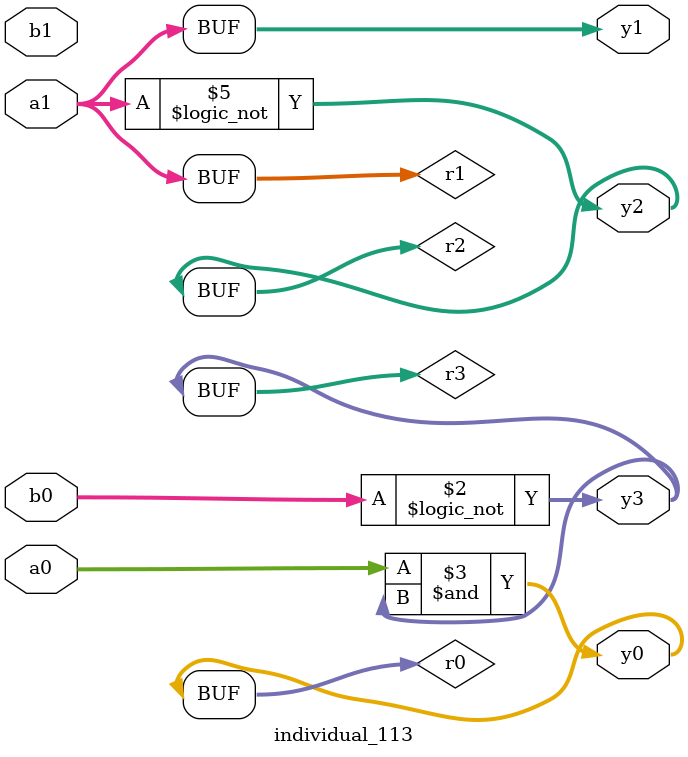
<source format=sv>
module individual_113(input logic [15:0] a1, input logic [15:0] a0, input logic [15:0] b1, input logic [15:0] b0, output logic [15:0] y3, output logic [15:0] y2, output logic [15:0] y1, output logic [15:0] y0);
logic [15:0] r0, r1, r2, r3; 
 always@(*) begin 
	 r0 = a0; r1 = a1; r2 = b0; r3 = b1; 
 	 r3 = ! r2 ;
 	 r0  &=  r3 ;
 	 r2 = ! a0 ;
 	 r2 = ! a1 ;
 	 y3 = r3; y2 = r2; y1 = r1; y0 = r0; 
end
endmodule
</source>
